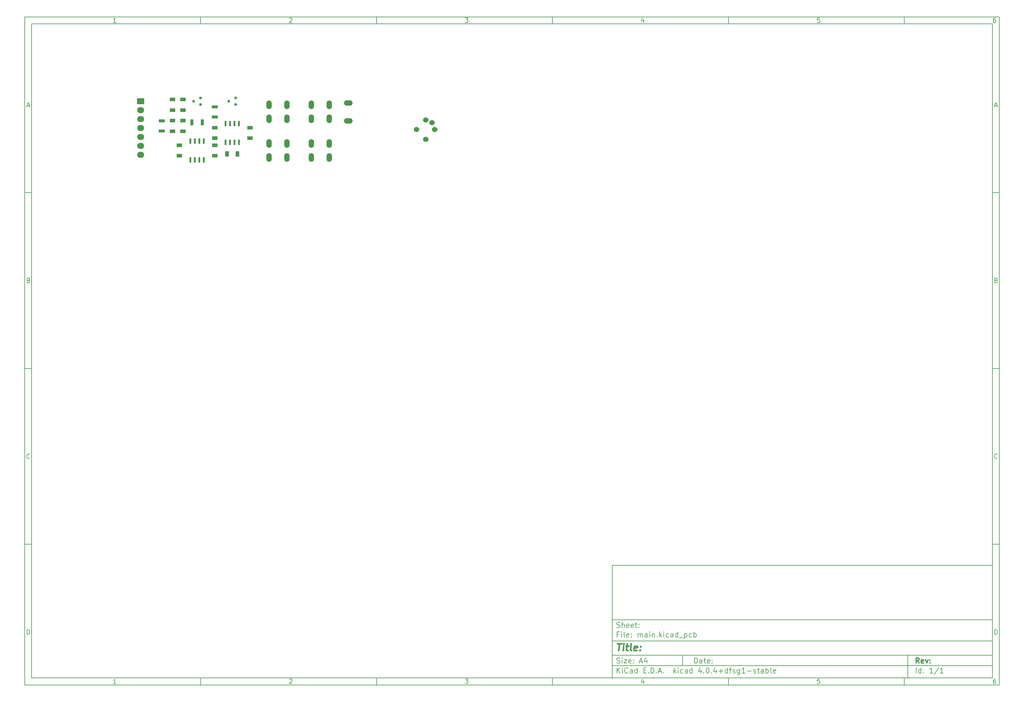
<source format=gbr>
G04 #@! TF.FileFunction,Soldermask,Top*
%FSLAX46Y46*%
G04 Gerber Fmt 4.6, Leading zero omitted, Abs format (unit mm)*
G04 Created by KiCad (PCBNEW 4.0.4+dfsg1-stable) date Wed Feb 15 18:20:12 2017*
%MOMM*%
%LPD*%
G01*
G04 APERTURE LIST*
%ADD10C,0.100000*%
%ADD11C,0.150000*%
%ADD12C,0.300000*%
%ADD13C,0.400000*%
%ADD14R,0.800100X0.800100*%
%ADD15R,1.600000X1.000000*%
%ADD16R,1.000000X1.600000*%
%ADD17R,0.900000X1.700000*%
%ADD18R,1.700000X0.900000*%
%ADD19R,0.600000X1.550000*%
%ADD20O,1.501140X2.499360*%
%ADD21O,2.499360X1.501140*%
%ADD22C,1.524000*%
%ADD23R,2.032000X1.727200*%
%ADD24O,2.032000X1.727200*%
G04 APERTURE END LIST*
D10*
D11*
X177002200Y-166007200D02*
X177002200Y-198007200D01*
X285002200Y-198007200D01*
X285002200Y-166007200D01*
X177002200Y-166007200D01*
D10*
D11*
X10000000Y-10000000D02*
X10000000Y-200007200D01*
X287002200Y-200007200D01*
X287002200Y-10000000D01*
X10000000Y-10000000D01*
D10*
D11*
X12000000Y-12000000D02*
X12000000Y-198007200D01*
X285002200Y-198007200D01*
X285002200Y-12000000D01*
X12000000Y-12000000D01*
D10*
D11*
X60000000Y-12000000D02*
X60000000Y-10000000D01*
D10*
D11*
X110000000Y-12000000D02*
X110000000Y-10000000D01*
D10*
D11*
X160000000Y-12000000D02*
X160000000Y-10000000D01*
D10*
D11*
X210000000Y-12000000D02*
X210000000Y-10000000D01*
D10*
D11*
X260000000Y-12000000D02*
X260000000Y-10000000D01*
D10*
D11*
X35990476Y-11588095D02*
X35247619Y-11588095D01*
X35619048Y-11588095D02*
X35619048Y-10288095D01*
X35495238Y-10473810D01*
X35371429Y-10597619D01*
X35247619Y-10659524D01*
D10*
D11*
X85247619Y-10411905D02*
X85309524Y-10350000D01*
X85433333Y-10288095D01*
X85742857Y-10288095D01*
X85866667Y-10350000D01*
X85928571Y-10411905D01*
X85990476Y-10535714D01*
X85990476Y-10659524D01*
X85928571Y-10845238D01*
X85185714Y-11588095D01*
X85990476Y-11588095D01*
D10*
D11*
X135185714Y-10288095D02*
X135990476Y-10288095D01*
X135557143Y-10783333D01*
X135742857Y-10783333D01*
X135866667Y-10845238D01*
X135928571Y-10907143D01*
X135990476Y-11030952D01*
X135990476Y-11340476D01*
X135928571Y-11464286D01*
X135866667Y-11526190D01*
X135742857Y-11588095D01*
X135371429Y-11588095D01*
X135247619Y-11526190D01*
X135185714Y-11464286D01*
D10*
D11*
X185866667Y-10721429D02*
X185866667Y-11588095D01*
X185557143Y-10226190D02*
X185247619Y-11154762D01*
X186052381Y-11154762D01*
D10*
D11*
X235928571Y-10288095D02*
X235309524Y-10288095D01*
X235247619Y-10907143D01*
X235309524Y-10845238D01*
X235433333Y-10783333D01*
X235742857Y-10783333D01*
X235866667Y-10845238D01*
X235928571Y-10907143D01*
X235990476Y-11030952D01*
X235990476Y-11340476D01*
X235928571Y-11464286D01*
X235866667Y-11526190D01*
X235742857Y-11588095D01*
X235433333Y-11588095D01*
X235309524Y-11526190D01*
X235247619Y-11464286D01*
D10*
D11*
X285866667Y-10288095D02*
X285619048Y-10288095D01*
X285495238Y-10350000D01*
X285433333Y-10411905D01*
X285309524Y-10597619D01*
X285247619Y-10845238D01*
X285247619Y-11340476D01*
X285309524Y-11464286D01*
X285371429Y-11526190D01*
X285495238Y-11588095D01*
X285742857Y-11588095D01*
X285866667Y-11526190D01*
X285928571Y-11464286D01*
X285990476Y-11340476D01*
X285990476Y-11030952D01*
X285928571Y-10907143D01*
X285866667Y-10845238D01*
X285742857Y-10783333D01*
X285495238Y-10783333D01*
X285371429Y-10845238D01*
X285309524Y-10907143D01*
X285247619Y-11030952D01*
D10*
D11*
X60000000Y-198007200D02*
X60000000Y-200007200D01*
D10*
D11*
X110000000Y-198007200D02*
X110000000Y-200007200D01*
D10*
D11*
X160000000Y-198007200D02*
X160000000Y-200007200D01*
D10*
D11*
X210000000Y-198007200D02*
X210000000Y-200007200D01*
D10*
D11*
X260000000Y-198007200D02*
X260000000Y-200007200D01*
D10*
D11*
X35990476Y-199595295D02*
X35247619Y-199595295D01*
X35619048Y-199595295D02*
X35619048Y-198295295D01*
X35495238Y-198481010D01*
X35371429Y-198604819D01*
X35247619Y-198666724D01*
D10*
D11*
X85247619Y-198419105D02*
X85309524Y-198357200D01*
X85433333Y-198295295D01*
X85742857Y-198295295D01*
X85866667Y-198357200D01*
X85928571Y-198419105D01*
X85990476Y-198542914D01*
X85990476Y-198666724D01*
X85928571Y-198852438D01*
X85185714Y-199595295D01*
X85990476Y-199595295D01*
D10*
D11*
X135185714Y-198295295D02*
X135990476Y-198295295D01*
X135557143Y-198790533D01*
X135742857Y-198790533D01*
X135866667Y-198852438D01*
X135928571Y-198914343D01*
X135990476Y-199038152D01*
X135990476Y-199347676D01*
X135928571Y-199471486D01*
X135866667Y-199533390D01*
X135742857Y-199595295D01*
X135371429Y-199595295D01*
X135247619Y-199533390D01*
X135185714Y-199471486D01*
D10*
D11*
X185866667Y-198728629D02*
X185866667Y-199595295D01*
X185557143Y-198233390D02*
X185247619Y-199161962D01*
X186052381Y-199161962D01*
D10*
D11*
X235928571Y-198295295D02*
X235309524Y-198295295D01*
X235247619Y-198914343D01*
X235309524Y-198852438D01*
X235433333Y-198790533D01*
X235742857Y-198790533D01*
X235866667Y-198852438D01*
X235928571Y-198914343D01*
X235990476Y-199038152D01*
X235990476Y-199347676D01*
X235928571Y-199471486D01*
X235866667Y-199533390D01*
X235742857Y-199595295D01*
X235433333Y-199595295D01*
X235309524Y-199533390D01*
X235247619Y-199471486D01*
D10*
D11*
X285866667Y-198295295D02*
X285619048Y-198295295D01*
X285495238Y-198357200D01*
X285433333Y-198419105D01*
X285309524Y-198604819D01*
X285247619Y-198852438D01*
X285247619Y-199347676D01*
X285309524Y-199471486D01*
X285371429Y-199533390D01*
X285495238Y-199595295D01*
X285742857Y-199595295D01*
X285866667Y-199533390D01*
X285928571Y-199471486D01*
X285990476Y-199347676D01*
X285990476Y-199038152D01*
X285928571Y-198914343D01*
X285866667Y-198852438D01*
X285742857Y-198790533D01*
X285495238Y-198790533D01*
X285371429Y-198852438D01*
X285309524Y-198914343D01*
X285247619Y-199038152D01*
D10*
D11*
X10000000Y-60000000D02*
X12000000Y-60000000D01*
D10*
D11*
X10000000Y-110000000D02*
X12000000Y-110000000D01*
D10*
D11*
X10000000Y-160000000D02*
X12000000Y-160000000D01*
D10*
D11*
X10690476Y-35216667D02*
X11309524Y-35216667D01*
X10566667Y-35588095D02*
X11000000Y-34288095D01*
X11433333Y-35588095D01*
D10*
D11*
X11092857Y-84907143D02*
X11278571Y-84969048D01*
X11340476Y-85030952D01*
X11402381Y-85154762D01*
X11402381Y-85340476D01*
X11340476Y-85464286D01*
X11278571Y-85526190D01*
X11154762Y-85588095D01*
X10659524Y-85588095D01*
X10659524Y-84288095D01*
X11092857Y-84288095D01*
X11216667Y-84350000D01*
X11278571Y-84411905D01*
X11340476Y-84535714D01*
X11340476Y-84659524D01*
X11278571Y-84783333D01*
X11216667Y-84845238D01*
X11092857Y-84907143D01*
X10659524Y-84907143D01*
D10*
D11*
X11402381Y-135464286D02*
X11340476Y-135526190D01*
X11154762Y-135588095D01*
X11030952Y-135588095D01*
X10845238Y-135526190D01*
X10721429Y-135402381D01*
X10659524Y-135278571D01*
X10597619Y-135030952D01*
X10597619Y-134845238D01*
X10659524Y-134597619D01*
X10721429Y-134473810D01*
X10845238Y-134350000D01*
X11030952Y-134288095D01*
X11154762Y-134288095D01*
X11340476Y-134350000D01*
X11402381Y-134411905D01*
D10*
D11*
X10659524Y-185588095D02*
X10659524Y-184288095D01*
X10969048Y-184288095D01*
X11154762Y-184350000D01*
X11278571Y-184473810D01*
X11340476Y-184597619D01*
X11402381Y-184845238D01*
X11402381Y-185030952D01*
X11340476Y-185278571D01*
X11278571Y-185402381D01*
X11154762Y-185526190D01*
X10969048Y-185588095D01*
X10659524Y-185588095D01*
D10*
D11*
X287002200Y-60000000D02*
X285002200Y-60000000D01*
D10*
D11*
X287002200Y-110000000D02*
X285002200Y-110000000D01*
D10*
D11*
X287002200Y-160000000D02*
X285002200Y-160000000D01*
D10*
D11*
X285692676Y-35216667D02*
X286311724Y-35216667D01*
X285568867Y-35588095D02*
X286002200Y-34288095D01*
X286435533Y-35588095D01*
D10*
D11*
X286095057Y-84907143D02*
X286280771Y-84969048D01*
X286342676Y-85030952D01*
X286404581Y-85154762D01*
X286404581Y-85340476D01*
X286342676Y-85464286D01*
X286280771Y-85526190D01*
X286156962Y-85588095D01*
X285661724Y-85588095D01*
X285661724Y-84288095D01*
X286095057Y-84288095D01*
X286218867Y-84350000D01*
X286280771Y-84411905D01*
X286342676Y-84535714D01*
X286342676Y-84659524D01*
X286280771Y-84783333D01*
X286218867Y-84845238D01*
X286095057Y-84907143D01*
X285661724Y-84907143D01*
D10*
D11*
X286404581Y-135464286D02*
X286342676Y-135526190D01*
X286156962Y-135588095D01*
X286033152Y-135588095D01*
X285847438Y-135526190D01*
X285723629Y-135402381D01*
X285661724Y-135278571D01*
X285599819Y-135030952D01*
X285599819Y-134845238D01*
X285661724Y-134597619D01*
X285723629Y-134473810D01*
X285847438Y-134350000D01*
X286033152Y-134288095D01*
X286156962Y-134288095D01*
X286342676Y-134350000D01*
X286404581Y-134411905D01*
D10*
D11*
X285661724Y-185588095D02*
X285661724Y-184288095D01*
X285971248Y-184288095D01*
X286156962Y-184350000D01*
X286280771Y-184473810D01*
X286342676Y-184597619D01*
X286404581Y-184845238D01*
X286404581Y-185030952D01*
X286342676Y-185278571D01*
X286280771Y-185402381D01*
X286156962Y-185526190D01*
X285971248Y-185588095D01*
X285661724Y-185588095D01*
D10*
D11*
X200359343Y-193785771D02*
X200359343Y-192285771D01*
X200716486Y-192285771D01*
X200930771Y-192357200D01*
X201073629Y-192500057D01*
X201145057Y-192642914D01*
X201216486Y-192928629D01*
X201216486Y-193142914D01*
X201145057Y-193428629D01*
X201073629Y-193571486D01*
X200930771Y-193714343D01*
X200716486Y-193785771D01*
X200359343Y-193785771D01*
X202502200Y-193785771D02*
X202502200Y-193000057D01*
X202430771Y-192857200D01*
X202287914Y-192785771D01*
X202002200Y-192785771D01*
X201859343Y-192857200D01*
X202502200Y-193714343D02*
X202359343Y-193785771D01*
X202002200Y-193785771D01*
X201859343Y-193714343D01*
X201787914Y-193571486D01*
X201787914Y-193428629D01*
X201859343Y-193285771D01*
X202002200Y-193214343D01*
X202359343Y-193214343D01*
X202502200Y-193142914D01*
X203002200Y-192785771D02*
X203573629Y-192785771D01*
X203216486Y-192285771D02*
X203216486Y-193571486D01*
X203287914Y-193714343D01*
X203430772Y-193785771D01*
X203573629Y-193785771D01*
X204645057Y-193714343D02*
X204502200Y-193785771D01*
X204216486Y-193785771D01*
X204073629Y-193714343D01*
X204002200Y-193571486D01*
X204002200Y-193000057D01*
X204073629Y-192857200D01*
X204216486Y-192785771D01*
X204502200Y-192785771D01*
X204645057Y-192857200D01*
X204716486Y-193000057D01*
X204716486Y-193142914D01*
X204002200Y-193285771D01*
X205359343Y-193642914D02*
X205430771Y-193714343D01*
X205359343Y-193785771D01*
X205287914Y-193714343D01*
X205359343Y-193642914D01*
X205359343Y-193785771D01*
X205359343Y-192857200D02*
X205430771Y-192928629D01*
X205359343Y-193000057D01*
X205287914Y-192928629D01*
X205359343Y-192857200D01*
X205359343Y-193000057D01*
D10*
D11*
X177002200Y-194507200D02*
X285002200Y-194507200D01*
D10*
D11*
X178359343Y-196585771D02*
X178359343Y-195085771D01*
X179216486Y-196585771D02*
X178573629Y-195728629D01*
X179216486Y-195085771D02*
X178359343Y-195942914D01*
X179859343Y-196585771D02*
X179859343Y-195585771D01*
X179859343Y-195085771D02*
X179787914Y-195157200D01*
X179859343Y-195228629D01*
X179930771Y-195157200D01*
X179859343Y-195085771D01*
X179859343Y-195228629D01*
X181430772Y-196442914D02*
X181359343Y-196514343D01*
X181145057Y-196585771D01*
X181002200Y-196585771D01*
X180787915Y-196514343D01*
X180645057Y-196371486D01*
X180573629Y-196228629D01*
X180502200Y-195942914D01*
X180502200Y-195728629D01*
X180573629Y-195442914D01*
X180645057Y-195300057D01*
X180787915Y-195157200D01*
X181002200Y-195085771D01*
X181145057Y-195085771D01*
X181359343Y-195157200D01*
X181430772Y-195228629D01*
X182716486Y-196585771D02*
X182716486Y-195800057D01*
X182645057Y-195657200D01*
X182502200Y-195585771D01*
X182216486Y-195585771D01*
X182073629Y-195657200D01*
X182716486Y-196514343D02*
X182573629Y-196585771D01*
X182216486Y-196585771D01*
X182073629Y-196514343D01*
X182002200Y-196371486D01*
X182002200Y-196228629D01*
X182073629Y-196085771D01*
X182216486Y-196014343D01*
X182573629Y-196014343D01*
X182716486Y-195942914D01*
X184073629Y-196585771D02*
X184073629Y-195085771D01*
X184073629Y-196514343D02*
X183930772Y-196585771D01*
X183645058Y-196585771D01*
X183502200Y-196514343D01*
X183430772Y-196442914D01*
X183359343Y-196300057D01*
X183359343Y-195871486D01*
X183430772Y-195728629D01*
X183502200Y-195657200D01*
X183645058Y-195585771D01*
X183930772Y-195585771D01*
X184073629Y-195657200D01*
X185930772Y-195800057D02*
X186430772Y-195800057D01*
X186645058Y-196585771D02*
X185930772Y-196585771D01*
X185930772Y-195085771D01*
X186645058Y-195085771D01*
X187287915Y-196442914D02*
X187359343Y-196514343D01*
X187287915Y-196585771D01*
X187216486Y-196514343D01*
X187287915Y-196442914D01*
X187287915Y-196585771D01*
X188002201Y-196585771D02*
X188002201Y-195085771D01*
X188359344Y-195085771D01*
X188573629Y-195157200D01*
X188716487Y-195300057D01*
X188787915Y-195442914D01*
X188859344Y-195728629D01*
X188859344Y-195942914D01*
X188787915Y-196228629D01*
X188716487Y-196371486D01*
X188573629Y-196514343D01*
X188359344Y-196585771D01*
X188002201Y-196585771D01*
X189502201Y-196442914D02*
X189573629Y-196514343D01*
X189502201Y-196585771D01*
X189430772Y-196514343D01*
X189502201Y-196442914D01*
X189502201Y-196585771D01*
X190145058Y-196157200D02*
X190859344Y-196157200D01*
X190002201Y-196585771D02*
X190502201Y-195085771D01*
X191002201Y-196585771D01*
X191502201Y-196442914D02*
X191573629Y-196514343D01*
X191502201Y-196585771D01*
X191430772Y-196514343D01*
X191502201Y-196442914D01*
X191502201Y-196585771D01*
X194502201Y-196585771D02*
X194502201Y-195085771D01*
X194645058Y-196014343D02*
X195073629Y-196585771D01*
X195073629Y-195585771D02*
X194502201Y-196157200D01*
X195716487Y-196585771D02*
X195716487Y-195585771D01*
X195716487Y-195085771D02*
X195645058Y-195157200D01*
X195716487Y-195228629D01*
X195787915Y-195157200D01*
X195716487Y-195085771D01*
X195716487Y-195228629D01*
X197073630Y-196514343D02*
X196930773Y-196585771D01*
X196645059Y-196585771D01*
X196502201Y-196514343D01*
X196430773Y-196442914D01*
X196359344Y-196300057D01*
X196359344Y-195871486D01*
X196430773Y-195728629D01*
X196502201Y-195657200D01*
X196645059Y-195585771D01*
X196930773Y-195585771D01*
X197073630Y-195657200D01*
X198359344Y-196585771D02*
X198359344Y-195800057D01*
X198287915Y-195657200D01*
X198145058Y-195585771D01*
X197859344Y-195585771D01*
X197716487Y-195657200D01*
X198359344Y-196514343D02*
X198216487Y-196585771D01*
X197859344Y-196585771D01*
X197716487Y-196514343D01*
X197645058Y-196371486D01*
X197645058Y-196228629D01*
X197716487Y-196085771D01*
X197859344Y-196014343D01*
X198216487Y-196014343D01*
X198359344Y-195942914D01*
X199716487Y-196585771D02*
X199716487Y-195085771D01*
X199716487Y-196514343D02*
X199573630Y-196585771D01*
X199287916Y-196585771D01*
X199145058Y-196514343D01*
X199073630Y-196442914D01*
X199002201Y-196300057D01*
X199002201Y-195871486D01*
X199073630Y-195728629D01*
X199145058Y-195657200D01*
X199287916Y-195585771D01*
X199573630Y-195585771D01*
X199716487Y-195657200D01*
X202216487Y-195585771D02*
X202216487Y-196585771D01*
X201859344Y-195014343D02*
X201502201Y-196085771D01*
X202430773Y-196085771D01*
X203002201Y-196442914D02*
X203073629Y-196514343D01*
X203002201Y-196585771D01*
X202930772Y-196514343D01*
X203002201Y-196442914D01*
X203002201Y-196585771D01*
X204002201Y-195085771D02*
X204145058Y-195085771D01*
X204287915Y-195157200D01*
X204359344Y-195228629D01*
X204430773Y-195371486D01*
X204502201Y-195657200D01*
X204502201Y-196014343D01*
X204430773Y-196300057D01*
X204359344Y-196442914D01*
X204287915Y-196514343D01*
X204145058Y-196585771D01*
X204002201Y-196585771D01*
X203859344Y-196514343D01*
X203787915Y-196442914D01*
X203716487Y-196300057D01*
X203645058Y-196014343D01*
X203645058Y-195657200D01*
X203716487Y-195371486D01*
X203787915Y-195228629D01*
X203859344Y-195157200D01*
X204002201Y-195085771D01*
X205145058Y-196442914D02*
X205216486Y-196514343D01*
X205145058Y-196585771D01*
X205073629Y-196514343D01*
X205145058Y-196442914D01*
X205145058Y-196585771D01*
X206502201Y-195585771D02*
X206502201Y-196585771D01*
X206145058Y-195014343D02*
X205787915Y-196085771D01*
X206716487Y-196085771D01*
X207287915Y-196014343D02*
X208430772Y-196014343D01*
X207859343Y-196585771D02*
X207859343Y-195442914D01*
X209787915Y-196585771D02*
X209787915Y-195085771D01*
X209787915Y-196514343D02*
X209645058Y-196585771D01*
X209359344Y-196585771D01*
X209216486Y-196514343D01*
X209145058Y-196442914D01*
X209073629Y-196300057D01*
X209073629Y-195871486D01*
X209145058Y-195728629D01*
X209216486Y-195657200D01*
X209359344Y-195585771D01*
X209645058Y-195585771D01*
X209787915Y-195657200D01*
X210287915Y-195585771D02*
X210859344Y-195585771D01*
X210502201Y-196585771D02*
X210502201Y-195300057D01*
X210573629Y-195157200D01*
X210716487Y-195085771D01*
X210859344Y-195085771D01*
X211287915Y-196514343D02*
X211430772Y-196585771D01*
X211716487Y-196585771D01*
X211859344Y-196514343D01*
X211930772Y-196371486D01*
X211930772Y-196300057D01*
X211859344Y-196157200D01*
X211716487Y-196085771D01*
X211502201Y-196085771D01*
X211359344Y-196014343D01*
X211287915Y-195871486D01*
X211287915Y-195800057D01*
X211359344Y-195657200D01*
X211502201Y-195585771D01*
X211716487Y-195585771D01*
X211859344Y-195657200D01*
X213216487Y-195585771D02*
X213216487Y-196800057D01*
X213145058Y-196942914D01*
X213073630Y-197014343D01*
X212930773Y-197085771D01*
X212716487Y-197085771D01*
X212573630Y-197014343D01*
X213216487Y-196514343D02*
X213073630Y-196585771D01*
X212787916Y-196585771D01*
X212645058Y-196514343D01*
X212573630Y-196442914D01*
X212502201Y-196300057D01*
X212502201Y-195871486D01*
X212573630Y-195728629D01*
X212645058Y-195657200D01*
X212787916Y-195585771D01*
X213073630Y-195585771D01*
X213216487Y-195657200D01*
X214716487Y-196585771D02*
X213859344Y-196585771D01*
X214287916Y-196585771D02*
X214287916Y-195085771D01*
X214145059Y-195300057D01*
X214002201Y-195442914D01*
X213859344Y-195514343D01*
X215359344Y-196014343D02*
X216502201Y-196014343D01*
X217145058Y-196514343D02*
X217287915Y-196585771D01*
X217573630Y-196585771D01*
X217716487Y-196514343D01*
X217787915Y-196371486D01*
X217787915Y-196300057D01*
X217716487Y-196157200D01*
X217573630Y-196085771D01*
X217359344Y-196085771D01*
X217216487Y-196014343D01*
X217145058Y-195871486D01*
X217145058Y-195800057D01*
X217216487Y-195657200D01*
X217359344Y-195585771D01*
X217573630Y-195585771D01*
X217716487Y-195657200D01*
X218216487Y-195585771D02*
X218787916Y-195585771D01*
X218430773Y-195085771D02*
X218430773Y-196371486D01*
X218502201Y-196514343D01*
X218645059Y-196585771D01*
X218787916Y-196585771D01*
X219930773Y-196585771D02*
X219930773Y-195800057D01*
X219859344Y-195657200D01*
X219716487Y-195585771D01*
X219430773Y-195585771D01*
X219287916Y-195657200D01*
X219930773Y-196514343D02*
X219787916Y-196585771D01*
X219430773Y-196585771D01*
X219287916Y-196514343D01*
X219216487Y-196371486D01*
X219216487Y-196228629D01*
X219287916Y-196085771D01*
X219430773Y-196014343D01*
X219787916Y-196014343D01*
X219930773Y-195942914D01*
X220645059Y-196585771D02*
X220645059Y-195085771D01*
X220645059Y-195657200D02*
X220787916Y-195585771D01*
X221073630Y-195585771D01*
X221216487Y-195657200D01*
X221287916Y-195728629D01*
X221359345Y-195871486D01*
X221359345Y-196300057D01*
X221287916Y-196442914D01*
X221216487Y-196514343D01*
X221073630Y-196585771D01*
X220787916Y-196585771D01*
X220645059Y-196514343D01*
X222216488Y-196585771D02*
X222073630Y-196514343D01*
X222002202Y-196371486D01*
X222002202Y-195085771D01*
X223359344Y-196514343D02*
X223216487Y-196585771D01*
X222930773Y-196585771D01*
X222787916Y-196514343D01*
X222716487Y-196371486D01*
X222716487Y-195800057D01*
X222787916Y-195657200D01*
X222930773Y-195585771D01*
X223216487Y-195585771D01*
X223359344Y-195657200D01*
X223430773Y-195800057D01*
X223430773Y-195942914D01*
X222716487Y-196085771D01*
D10*
D11*
X177002200Y-191507200D02*
X285002200Y-191507200D01*
D10*
D12*
X264216486Y-193785771D02*
X263716486Y-193071486D01*
X263359343Y-193785771D02*
X263359343Y-192285771D01*
X263930771Y-192285771D01*
X264073629Y-192357200D01*
X264145057Y-192428629D01*
X264216486Y-192571486D01*
X264216486Y-192785771D01*
X264145057Y-192928629D01*
X264073629Y-193000057D01*
X263930771Y-193071486D01*
X263359343Y-193071486D01*
X265430771Y-193714343D02*
X265287914Y-193785771D01*
X265002200Y-193785771D01*
X264859343Y-193714343D01*
X264787914Y-193571486D01*
X264787914Y-193000057D01*
X264859343Y-192857200D01*
X265002200Y-192785771D01*
X265287914Y-192785771D01*
X265430771Y-192857200D01*
X265502200Y-193000057D01*
X265502200Y-193142914D01*
X264787914Y-193285771D01*
X266002200Y-192785771D02*
X266359343Y-193785771D01*
X266716485Y-192785771D01*
X267287914Y-193642914D02*
X267359342Y-193714343D01*
X267287914Y-193785771D01*
X267216485Y-193714343D01*
X267287914Y-193642914D01*
X267287914Y-193785771D01*
X267287914Y-192857200D02*
X267359342Y-192928629D01*
X267287914Y-193000057D01*
X267216485Y-192928629D01*
X267287914Y-192857200D01*
X267287914Y-193000057D01*
D10*
D11*
X178287914Y-193714343D02*
X178502200Y-193785771D01*
X178859343Y-193785771D01*
X179002200Y-193714343D01*
X179073629Y-193642914D01*
X179145057Y-193500057D01*
X179145057Y-193357200D01*
X179073629Y-193214343D01*
X179002200Y-193142914D01*
X178859343Y-193071486D01*
X178573629Y-193000057D01*
X178430771Y-192928629D01*
X178359343Y-192857200D01*
X178287914Y-192714343D01*
X178287914Y-192571486D01*
X178359343Y-192428629D01*
X178430771Y-192357200D01*
X178573629Y-192285771D01*
X178930771Y-192285771D01*
X179145057Y-192357200D01*
X179787914Y-193785771D02*
X179787914Y-192785771D01*
X179787914Y-192285771D02*
X179716485Y-192357200D01*
X179787914Y-192428629D01*
X179859342Y-192357200D01*
X179787914Y-192285771D01*
X179787914Y-192428629D01*
X180359343Y-192785771D02*
X181145057Y-192785771D01*
X180359343Y-193785771D01*
X181145057Y-193785771D01*
X182287914Y-193714343D02*
X182145057Y-193785771D01*
X181859343Y-193785771D01*
X181716486Y-193714343D01*
X181645057Y-193571486D01*
X181645057Y-193000057D01*
X181716486Y-192857200D01*
X181859343Y-192785771D01*
X182145057Y-192785771D01*
X182287914Y-192857200D01*
X182359343Y-193000057D01*
X182359343Y-193142914D01*
X181645057Y-193285771D01*
X183002200Y-193642914D02*
X183073628Y-193714343D01*
X183002200Y-193785771D01*
X182930771Y-193714343D01*
X183002200Y-193642914D01*
X183002200Y-193785771D01*
X183002200Y-192857200D02*
X183073628Y-192928629D01*
X183002200Y-193000057D01*
X182930771Y-192928629D01*
X183002200Y-192857200D01*
X183002200Y-193000057D01*
X184787914Y-193357200D02*
X185502200Y-193357200D01*
X184645057Y-193785771D02*
X185145057Y-192285771D01*
X185645057Y-193785771D01*
X186787914Y-192785771D02*
X186787914Y-193785771D01*
X186430771Y-192214343D02*
X186073628Y-193285771D01*
X187002200Y-193285771D01*
D10*
D11*
X263359343Y-196585771D02*
X263359343Y-195085771D01*
X264716486Y-196585771D02*
X264716486Y-195085771D01*
X264716486Y-196514343D02*
X264573629Y-196585771D01*
X264287915Y-196585771D01*
X264145057Y-196514343D01*
X264073629Y-196442914D01*
X264002200Y-196300057D01*
X264002200Y-195871486D01*
X264073629Y-195728629D01*
X264145057Y-195657200D01*
X264287915Y-195585771D01*
X264573629Y-195585771D01*
X264716486Y-195657200D01*
X265430772Y-196442914D02*
X265502200Y-196514343D01*
X265430772Y-196585771D01*
X265359343Y-196514343D01*
X265430772Y-196442914D01*
X265430772Y-196585771D01*
X265430772Y-195657200D02*
X265502200Y-195728629D01*
X265430772Y-195800057D01*
X265359343Y-195728629D01*
X265430772Y-195657200D01*
X265430772Y-195800057D01*
X268073629Y-196585771D02*
X267216486Y-196585771D01*
X267645058Y-196585771D02*
X267645058Y-195085771D01*
X267502201Y-195300057D01*
X267359343Y-195442914D01*
X267216486Y-195514343D01*
X269787914Y-195014343D02*
X268502200Y-196942914D01*
X271073629Y-196585771D02*
X270216486Y-196585771D01*
X270645058Y-196585771D02*
X270645058Y-195085771D01*
X270502201Y-195300057D01*
X270359343Y-195442914D01*
X270216486Y-195514343D01*
D10*
D11*
X177002200Y-187507200D02*
X285002200Y-187507200D01*
D10*
D13*
X178454581Y-188211962D02*
X179597438Y-188211962D01*
X178776010Y-190211962D02*
X179026010Y-188211962D01*
X180014105Y-190211962D02*
X180180771Y-188878629D01*
X180264105Y-188211962D02*
X180156962Y-188307200D01*
X180240295Y-188402438D01*
X180347439Y-188307200D01*
X180264105Y-188211962D01*
X180240295Y-188402438D01*
X180847438Y-188878629D02*
X181609343Y-188878629D01*
X181216486Y-188211962D02*
X181002200Y-189926248D01*
X181073630Y-190116724D01*
X181252201Y-190211962D01*
X181442677Y-190211962D01*
X182395058Y-190211962D02*
X182216487Y-190116724D01*
X182145057Y-189926248D01*
X182359343Y-188211962D01*
X183930772Y-190116724D02*
X183728391Y-190211962D01*
X183347439Y-190211962D01*
X183168867Y-190116724D01*
X183097438Y-189926248D01*
X183192676Y-189164343D01*
X183311724Y-188973867D01*
X183514105Y-188878629D01*
X183895057Y-188878629D01*
X184073629Y-188973867D01*
X184145057Y-189164343D01*
X184121248Y-189354819D01*
X183145057Y-189545295D01*
X184895057Y-190021486D02*
X184978392Y-190116724D01*
X184871248Y-190211962D01*
X184787915Y-190116724D01*
X184895057Y-190021486D01*
X184871248Y-190211962D01*
X185026010Y-188973867D02*
X185109344Y-189069105D01*
X185002200Y-189164343D01*
X184918867Y-189069105D01*
X185026010Y-188973867D01*
X185002200Y-189164343D01*
D10*
D11*
X178859343Y-185600057D02*
X178359343Y-185600057D01*
X178359343Y-186385771D02*
X178359343Y-184885771D01*
X179073629Y-184885771D01*
X179645057Y-186385771D02*
X179645057Y-185385771D01*
X179645057Y-184885771D02*
X179573628Y-184957200D01*
X179645057Y-185028629D01*
X179716485Y-184957200D01*
X179645057Y-184885771D01*
X179645057Y-185028629D01*
X180573629Y-186385771D02*
X180430771Y-186314343D01*
X180359343Y-186171486D01*
X180359343Y-184885771D01*
X181716485Y-186314343D02*
X181573628Y-186385771D01*
X181287914Y-186385771D01*
X181145057Y-186314343D01*
X181073628Y-186171486D01*
X181073628Y-185600057D01*
X181145057Y-185457200D01*
X181287914Y-185385771D01*
X181573628Y-185385771D01*
X181716485Y-185457200D01*
X181787914Y-185600057D01*
X181787914Y-185742914D01*
X181073628Y-185885771D01*
X182430771Y-186242914D02*
X182502199Y-186314343D01*
X182430771Y-186385771D01*
X182359342Y-186314343D01*
X182430771Y-186242914D01*
X182430771Y-186385771D01*
X182430771Y-185457200D02*
X182502199Y-185528629D01*
X182430771Y-185600057D01*
X182359342Y-185528629D01*
X182430771Y-185457200D01*
X182430771Y-185600057D01*
X184287914Y-186385771D02*
X184287914Y-185385771D01*
X184287914Y-185528629D02*
X184359342Y-185457200D01*
X184502200Y-185385771D01*
X184716485Y-185385771D01*
X184859342Y-185457200D01*
X184930771Y-185600057D01*
X184930771Y-186385771D01*
X184930771Y-185600057D02*
X185002200Y-185457200D01*
X185145057Y-185385771D01*
X185359342Y-185385771D01*
X185502200Y-185457200D01*
X185573628Y-185600057D01*
X185573628Y-186385771D01*
X186930771Y-186385771D02*
X186930771Y-185600057D01*
X186859342Y-185457200D01*
X186716485Y-185385771D01*
X186430771Y-185385771D01*
X186287914Y-185457200D01*
X186930771Y-186314343D02*
X186787914Y-186385771D01*
X186430771Y-186385771D01*
X186287914Y-186314343D01*
X186216485Y-186171486D01*
X186216485Y-186028629D01*
X186287914Y-185885771D01*
X186430771Y-185814343D01*
X186787914Y-185814343D01*
X186930771Y-185742914D01*
X187645057Y-186385771D02*
X187645057Y-185385771D01*
X187645057Y-184885771D02*
X187573628Y-184957200D01*
X187645057Y-185028629D01*
X187716485Y-184957200D01*
X187645057Y-184885771D01*
X187645057Y-185028629D01*
X188359343Y-185385771D02*
X188359343Y-186385771D01*
X188359343Y-185528629D02*
X188430771Y-185457200D01*
X188573629Y-185385771D01*
X188787914Y-185385771D01*
X188930771Y-185457200D01*
X189002200Y-185600057D01*
X189002200Y-186385771D01*
X189716486Y-186242914D02*
X189787914Y-186314343D01*
X189716486Y-186385771D01*
X189645057Y-186314343D01*
X189716486Y-186242914D01*
X189716486Y-186385771D01*
X190430772Y-186385771D02*
X190430772Y-184885771D01*
X190573629Y-185814343D02*
X191002200Y-186385771D01*
X191002200Y-185385771D02*
X190430772Y-185957200D01*
X191645058Y-186385771D02*
X191645058Y-185385771D01*
X191645058Y-184885771D02*
X191573629Y-184957200D01*
X191645058Y-185028629D01*
X191716486Y-184957200D01*
X191645058Y-184885771D01*
X191645058Y-185028629D01*
X193002201Y-186314343D02*
X192859344Y-186385771D01*
X192573630Y-186385771D01*
X192430772Y-186314343D01*
X192359344Y-186242914D01*
X192287915Y-186100057D01*
X192287915Y-185671486D01*
X192359344Y-185528629D01*
X192430772Y-185457200D01*
X192573630Y-185385771D01*
X192859344Y-185385771D01*
X193002201Y-185457200D01*
X194287915Y-186385771D02*
X194287915Y-185600057D01*
X194216486Y-185457200D01*
X194073629Y-185385771D01*
X193787915Y-185385771D01*
X193645058Y-185457200D01*
X194287915Y-186314343D02*
X194145058Y-186385771D01*
X193787915Y-186385771D01*
X193645058Y-186314343D01*
X193573629Y-186171486D01*
X193573629Y-186028629D01*
X193645058Y-185885771D01*
X193787915Y-185814343D01*
X194145058Y-185814343D01*
X194287915Y-185742914D01*
X195645058Y-186385771D02*
X195645058Y-184885771D01*
X195645058Y-186314343D02*
X195502201Y-186385771D01*
X195216487Y-186385771D01*
X195073629Y-186314343D01*
X195002201Y-186242914D01*
X194930772Y-186100057D01*
X194930772Y-185671486D01*
X195002201Y-185528629D01*
X195073629Y-185457200D01*
X195216487Y-185385771D01*
X195502201Y-185385771D01*
X195645058Y-185457200D01*
X196002201Y-186528629D02*
X197145058Y-186528629D01*
X197502201Y-185385771D02*
X197502201Y-186885771D01*
X197502201Y-185457200D02*
X197645058Y-185385771D01*
X197930772Y-185385771D01*
X198073629Y-185457200D01*
X198145058Y-185528629D01*
X198216487Y-185671486D01*
X198216487Y-186100057D01*
X198145058Y-186242914D01*
X198073629Y-186314343D01*
X197930772Y-186385771D01*
X197645058Y-186385771D01*
X197502201Y-186314343D01*
X199502201Y-186314343D02*
X199359344Y-186385771D01*
X199073630Y-186385771D01*
X198930772Y-186314343D01*
X198859344Y-186242914D01*
X198787915Y-186100057D01*
X198787915Y-185671486D01*
X198859344Y-185528629D01*
X198930772Y-185457200D01*
X199073630Y-185385771D01*
X199359344Y-185385771D01*
X199502201Y-185457200D01*
X200145058Y-186385771D02*
X200145058Y-184885771D01*
X200145058Y-185457200D02*
X200287915Y-185385771D01*
X200573629Y-185385771D01*
X200716486Y-185457200D01*
X200787915Y-185528629D01*
X200859344Y-185671486D01*
X200859344Y-186100057D01*
X200787915Y-186242914D01*
X200716486Y-186314343D01*
X200573629Y-186385771D01*
X200287915Y-186385771D01*
X200145058Y-186314343D01*
D10*
D11*
X177002200Y-181507200D02*
X285002200Y-181507200D01*
D10*
D11*
X178287914Y-183614343D02*
X178502200Y-183685771D01*
X178859343Y-183685771D01*
X179002200Y-183614343D01*
X179073629Y-183542914D01*
X179145057Y-183400057D01*
X179145057Y-183257200D01*
X179073629Y-183114343D01*
X179002200Y-183042914D01*
X178859343Y-182971486D01*
X178573629Y-182900057D01*
X178430771Y-182828629D01*
X178359343Y-182757200D01*
X178287914Y-182614343D01*
X178287914Y-182471486D01*
X178359343Y-182328629D01*
X178430771Y-182257200D01*
X178573629Y-182185771D01*
X178930771Y-182185771D01*
X179145057Y-182257200D01*
X179787914Y-183685771D02*
X179787914Y-182185771D01*
X180430771Y-183685771D02*
X180430771Y-182900057D01*
X180359342Y-182757200D01*
X180216485Y-182685771D01*
X180002200Y-182685771D01*
X179859342Y-182757200D01*
X179787914Y-182828629D01*
X181716485Y-183614343D02*
X181573628Y-183685771D01*
X181287914Y-183685771D01*
X181145057Y-183614343D01*
X181073628Y-183471486D01*
X181073628Y-182900057D01*
X181145057Y-182757200D01*
X181287914Y-182685771D01*
X181573628Y-182685771D01*
X181716485Y-182757200D01*
X181787914Y-182900057D01*
X181787914Y-183042914D01*
X181073628Y-183185771D01*
X183002199Y-183614343D02*
X182859342Y-183685771D01*
X182573628Y-183685771D01*
X182430771Y-183614343D01*
X182359342Y-183471486D01*
X182359342Y-182900057D01*
X182430771Y-182757200D01*
X182573628Y-182685771D01*
X182859342Y-182685771D01*
X183002199Y-182757200D01*
X183073628Y-182900057D01*
X183073628Y-183042914D01*
X182359342Y-183185771D01*
X183502199Y-182685771D02*
X184073628Y-182685771D01*
X183716485Y-182185771D02*
X183716485Y-183471486D01*
X183787913Y-183614343D01*
X183930771Y-183685771D01*
X184073628Y-183685771D01*
X184573628Y-183542914D02*
X184645056Y-183614343D01*
X184573628Y-183685771D01*
X184502199Y-183614343D01*
X184573628Y-183542914D01*
X184573628Y-183685771D01*
X184573628Y-182757200D02*
X184645056Y-182828629D01*
X184573628Y-182900057D01*
X184502199Y-182828629D01*
X184573628Y-182757200D01*
X184573628Y-182900057D01*
D10*
D11*
X197002200Y-191507200D02*
X197002200Y-194507200D01*
D10*
D11*
X261002200Y-191507200D02*
X261002200Y-198007200D01*
D14*
X60000760Y-34950000D03*
X60000760Y-33050000D03*
X58001780Y-34000000D03*
D15*
X55000000Y-39500000D03*
X55000000Y-42500000D03*
D16*
X70500000Y-49000000D03*
X67500000Y-49000000D03*
D15*
X52000000Y-33500000D03*
X52000000Y-36500000D03*
X64000000Y-49500000D03*
X64000000Y-46500000D03*
X74000000Y-44500000D03*
X74000000Y-41500000D03*
D17*
X60450000Y-40000000D03*
X57550000Y-40000000D03*
D18*
X64000000Y-38450000D03*
X64000000Y-35550000D03*
D19*
X57095000Y-50700000D03*
X58365000Y-50700000D03*
X59635000Y-50700000D03*
X60905000Y-50700000D03*
X60905000Y-45300000D03*
X59635000Y-45300000D03*
X58365000Y-45300000D03*
X57095000Y-45300000D03*
X67095000Y-45700000D03*
X68365000Y-45700000D03*
X69635000Y-45700000D03*
X70905000Y-45700000D03*
X70905000Y-40300000D03*
X69635000Y-40300000D03*
X68365000Y-40300000D03*
X67095000Y-40300000D03*
D14*
X70000760Y-34950000D03*
X70000760Y-33050000D03*
X68001780Y-34000000D03*
D20*
X79460000Y-35000000D03*
X84540000Y-35000000D03*
X84540000Y-50000000D03*
X79460000Y-50000000D03*
D21*
X102000000Y-34460000D03*
X102000000Y-39540000D03*
D20*
X91460000Y-35000000D03*
X96540000Y-35000000D03*
X96540000Y-50000000D03*
X91460000Y-50000000D03*
D22*
X121333000Y-42000000D03*
X124000000Y-44794000D03*
X126540000Y-42000000D03*
X124000000Y-39333000D03*
X125778000Y-40095000D03*
D15*
X55000000Y-33500000D03*
X55000000Y-36500000D03*
X54000000Y-46500000D03*
X54000000Y-49500000D03*
X64000000Y-41500000D03*
X64000000Y-44500000D03*
D23*
X43000000Y-34000000D03*
D24*
X43000000Y-36540000D03*
X43000000Y-39080000D03*
X43000000Y-41620000D03*
X43000000Y-44160000D03*
X43000000Y-46700000D03*
X43000000Y-49240000D03*
D18*
X49000000Y-42450000D03*
X49000000Y-39550000D03*
D15*
X52000000Y-39500000D03*
X52000000Y-42500000D03*
D20*
X84540000Y-39000000D03*
X79460000Y-39000000D03*
X79460000Y-46000000D03*
X84540000Y-46000000D03*
X96540000Y-39000000D03*
X91460000Y-39000000D03*
X91460000Y-46000000D03*
X96540000Y-46000000D03*
M02*

</source>
